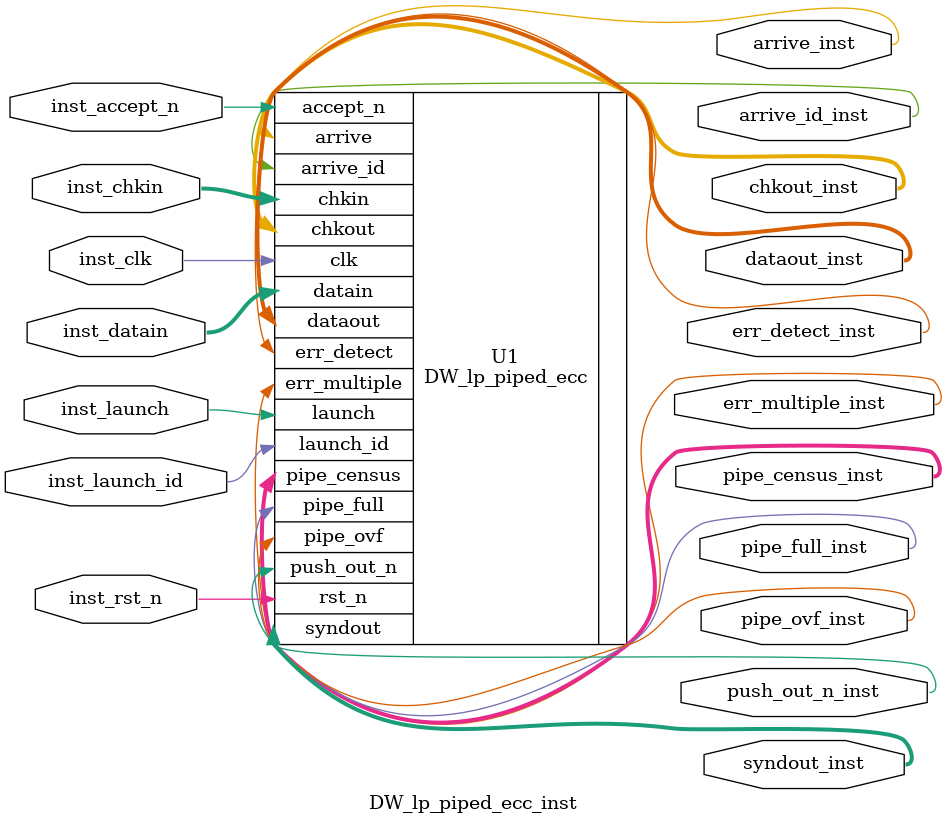
<source format=v>
module DW_lp_piped_ecc_inst( inst_clk, inst_rst_n, inst_datain, inst_chkin, 
    err_detect_inst, err_multiple_inst, dataout_inst, chkout_inst, syndout_inst, 
    inst_launch, inst_launch_id, inst_accept_n, arrive_inst, arrive_id_inst,
    pipe_full_inst, pipe_ovf_inst, push_out_n_inst, pipe_census_inst );

parameter data_width = 27;
parameter chk_width = 7;
parameter rw_mode = 0;
parameter op_iso_mode = 0;
parameter id_width = 1;
parameter in_reg = 0;
parameter stages = 2;
parameter out_reg = 1;
parameter no_pm = 1;
parameter rst_mode = 0;


`define census_width 2  // ceil(log2(max(1, in_reg+(stages-1)+out_reg)+1))

input inst_clk;
input inst_rst_n;
input [data_width-1:0] inst_datain;
input [chk_width-1:0] inst_chkin;
output err_detect_inst;
output err_multiple_inst;
output [data_width-1:0] dataout_inst;
output [chk_width-1:0] chkout_inst;
output [chk_width-1:0] syndout_inst;
input inst_launch;
input [id_width-1 : 0] inst_launch_id;
input inst_accept_n;
output arrive_inst;
output [id_width-1 : 0] arrive_id_inst;
output pipe_full_inst;
output pipe_ovf_inst;
output push_out_n_inst;
output [`census_width-1 : 0] pipe_census_inst;

    // Instance of DW_lp_piped_ecc
    DW_lp_piped_ecc #(data_width, chk_width, rw_mode, op_iso_mode, id_width, in_reg,
      stages, out_reg, no_pm, rst_mode)
	  U1 ( .clk(inst_clk), 
               .rst_n(inst_rst_n), 
               .datain(inst_datain),
               .chkin(inst_chkin), 
               .err_detect(err_detect_inst), 
               .err_multiple(err_multiple_inst), 
               .dataout(dataout_inst), 
               .chkout(chkout_inst), 
               .syndout(syndout_inst), 
               .launch(inst_launch), 
               .launch_id(inst_launch_id), 
               .accept_n(inst_accept_n), 
               .arrive(arrive_inst), 
               .arrive_id(arrive_id_inst), 
               .pipe_full(pipe_full_inst), 
               .pipe_ovf(pipe_ovf_inst), 
               .push_out_n(push_out_n_inst), 
               .pipe_census(pipe_census_inst) 
               );

endmodule

</source>
